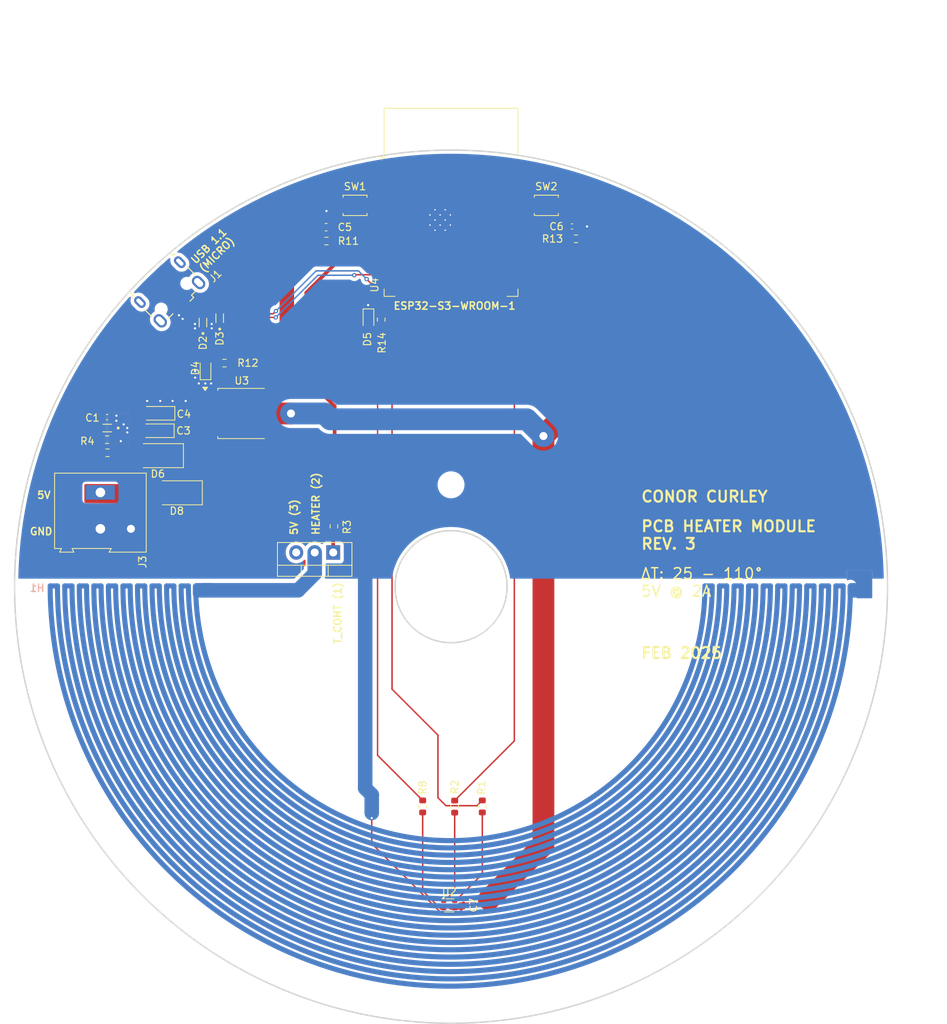
<source format=kicad_pcb>
(kicad_pcb (version 20240108) (generator "pcbnew") (generator_version "8.0")
  (layers (0 "F.Cu" signal) (31 "B.Cu" signal) (34 "B.Paste" user) (35 "F.Paste" user) (36 "B.SilkS" user "B.Silkscreen") (37 "F.SilkS" user "F.Silkscreen") (38 "B.Mask" user) (39 "F.Mask" user) (44 "Edge.Cuts" user))
  (net 0 "")
  (net 1 "Net-(J1-VBUS)")
  (net 2 "GND")
  (net 3 "+3V3")
  (net 4 "Net-(D6-K)")
  (net 5 "EN")
  (net 6 "IO0")
  (net 7 "Net-(D4-A)")
  (net 8 "Net-(D5-A)")
  (net 11 "Net-(Q4-G)")
  (net 12 "Net-(H1-24V)")
  (net 13 "SDA")
  (net 14 "SCL")
  (net 15 "HI_T_ALERT")
  (net 16 "TX0")
  (net 17 "RX0")
  (net 18 "GPIO37_NC")
  (net 19 "GPIO11")
  (net 20 "GPIO46_NC")
  (net 21 "GPIO47")
  (net 22 "GPIO41")
  (net 23 "D-")
  (net 24 "GPIO9")
  (net 25 "GPIO5")
  (net 26 "GPIO2")
  (net 27 "GPIO48")
  (net 28 "GPIO4")
  (net 29 "D+")
  (net 30 "GPIO3_NC")
  (net 31 "GPIO6")
  (net 32 "GPIO40")
  (net 33 "GPIO45_NC")
  (net 34 "GPIO35_NC")
  (net 35 "GPIO39")
  (net 36 "GPIO21")
  (net 37 "GPIO38")
  (net 38 "GPIO36_NC")
  (net 39 "GPIO8")
  (net 40 "GPIO42")
  (net 41 "GPIO7")
  (net 43 "GPIO12")
  (net 44 "GPIO1")
  (net 46 "TEMP_CONT")
  (net 47 "TEMP_CONTROL")
  (net 49 "5VIN")
  (net 50 "Net-(U2-SDA)")
  (net 51 "Net-(U2-SCL)")
  (net 52 "VBUS")
  (net 53 "Net-(U2-ALERT)")
  (net 54 "GPIO18")
  (net 55 "GPIO17")
  (net 56 "5V")
  (footprint "RF_Module:ESP32-S3-WROOM-1" (layer "F.Cu") (at 99 47.15)
    (property "Reference" "U4" (at -10.5 11.4 90) (layer "F.SilkS"))
    (property "Value" "ESP32-S3-WROOM-1" (hide yes))
    (pad "1" smd rect (at -8.75 -5.26) (size 1.5 0.9) (layers "F.Cu" "F.Paste" "F.Mask") (net 2 "GND"))
    (pad "2" smd rect (at -8.75 -3.99) (size 1.5 0.9) (layers "F.Cu" "F.Paste" "F.Mask") (net 3 "+3V3"))
    (pad "3" smd rect (at -8.75 -2.72) (size 1.5 0.9) (layers "F.Cu" "F.Paste" "F.Mask") (net 5 "EN"))
    (pad "4" smd rect (at -8.75 -1.45) (size 1.5 0.9) (layers "F.Cu" "F.Paste" "F.Mask") (net 28 "GPIO4"))
    (pad "5" smd rect (at -8.75 -0.18) (size 1.5 0.9) (layers "F.Cu" "F.Paste" "F.Mask") (net 25 "GPIO5"))
    (pad "6" smd rect (at -8.75 1.09) (size 1.5 0.9) (layers "F.Cu" "F.Paste" "F.Mask") (net 31 "GPIO6"))
    (pad "7" smd rect (at -8.75 2.36) (size 1.5 0.9) (layers "F.Cu" "F.Paste" "F.Mask") (net 41 "GPIO7"))
    (pad "8" smd rect (at -8.75 3.63) (size 1.5 0.9) (layers "F.Cu" "F.Paste" "F.Mask") (net 46 "TEMP_CONT"))
    (pad "9" smd rect (at -8.75 4.9) (size 1.5 0.9) (layers "F.Cu" "F.Paste" "F.Mask") (net 47 "TEMP_CONTROL"))
    (pad "10" smd rect (at -8.75 6.17) (size 1.5 0.9) (layers "F.Cu" "F.Paste" "F.Mask") (net 55 "GPIO17"))
    (pad "11" smd rect (at -8.75 7.44) (size 1.5 0.9) (layers "F.Cu" "F.Paste" "F.Mask") (net 54 "GPIO18"))
    (pad "12" smd rect (at -8.75 8.71) (size 1.5 0.9) (layers "F.Cu" "F.Paste" "F.Mask") (net 39 "GPIO8"))
    (pad "13" smd rect (at -8.75 9.98) (size 1.5 0.9) (layers "F.Cu" "F.Paste" "F.Mask") (net 23 "D-"))
    (pad "14" smd rect (at -8.75 11.25 180) (size 1.5 0.9) (layers "F.Cu" "F.Paste" "F.Mask") (net 29 "D+"))
    (pad "15" smd rect (at -6.985 12.5 270) (size 1.5 0.9) (layers "F.Cu" "F.Paste" "F.Mask") (net 30 "GPIO3_NC"))
    (pad "16" smd rect (at -5.715 12.5 270) (size 1.5 0.9) (layers "F.Cu" "F.Paste" "F.Mask") (net 20 "GPIO46_NC"))
    (pad "17" smd rect (at -4.445 12.5 270) (size 1.5 0.9) (layers "F.Cu" "F.Paste" "F.Mask") (net 24 "GPIO9"))
    (pad "18" smd rect (at -3.175 12.5 270) (size 1.5 0.9) (layers "F.Cu" "F.Paste" "F.Mask") (net 15 "HI_T_ALERT"))
    (pad "19" smd rect (at -1.905 12.5 270) (size 1.5 0.9) (layers "F.Cu" "F.Paste" "F.Mask") (net 19 "GPIO11"))
    (pad "20" smd rect (at -0.635 12.5 270) (size 1.5 0.9) (layers "F.Cu" "F.Paste" "F.Mask") (net 43 "GPIO12"))
    (pad "21" smd rect (at 0.635 12.5 270) (size 1.5 0.9) (layers "F.Cu" "F.Paste" "F.Mask") (net 13 "SDA"))
    (pad "22" smd rect (at 1.905 12.5 270) (size 1.5 0.9) (layers "F.Cu" "F.Paste" "F.Mask") (net 14 "SCL"))
    (pad "23" smd rect (at 3.175 12.5 270) (size 1.5 0.9) (layers "F.Cu" "F.Paste" "F.Mask") (net 36 "GPIO21"))
    (pad "24" smd rect (at 4.445 12.5 270) (size 1.5 0.9) (layers "F.Cu" "F.Paste" "F.Mask") (net 21 "GPIO47"))
    (pad "25" smd rect (at 5.715 12.5 270) (size 1.5 0.9) (layers "F.Cu" "F.Paste" "F.Mask") (net 27 "GPIO48"))
    (pad "26" smd rect (at 6.985 12.5 270) (size 1.5 0.9) (layers "F.Cu" "F.Paste" "F.Mask") (net 33 "GPIO45_NC"))
    (pad "27" smd rect (at 8.75 11.25) (size 1.5 0.9) (layers "F.Cu" "F.Paste" "F.Mask") (net 6 "IO0"))
    (pad "28" smd rect (at 8.75 9.98) (size 1.5 0.9) (layers "F.Cu" "F.Paste" "F.Mask") (net 34 "GPIO35_NC"))
    (pad "29" smd rect (at 8.75 8.71) (size 1.5 0.9) (layers "F.Cu" "F.Paste" "F.Mask") (net 38 "GPIO36_NC"))
    (pad "30" smd rect (at 8.75 7.44) (size 1.5 0.9) (layers "F.Cu" "F.Paste" "F.Mask") (net 18 "GPIO37_NC"))
    (pad "31" smd rect (at 8.75 6.17) (size 1.5 0.9) (layers "F.Cu" "F.Paste" "F.Mask") (net 37 "GPIO38"))
    (pad "32" smd rect (at 8.75 4.9) (size 1.5 0.9) (layers "F.Cu" "F.Paste" "F.Mask") (net 35 "GPIO39"))
    (pad "33" smd rect (at 8.75 3.63) (size 1.5 0.9) (layers "F.Cu" "F.Paste" "F.Mask") (net 32 "GPIO40"))
    (pad "34" smd rect (at 8.75 2.36) (size 1.5 0.9) (layers "F.Cu" "F.Paste" "F.Mask") (net 22 "GPIO41"))
    (pad "35" smd rect (at 8.75 1.09) (size 1.5 0.9) (layers "F.Cu" "F.Paste" "F.Mask") (net 40 "GPIO42"))
    (pad "36" smd rect (at 8.75 -0.18) (size 1.5 0.9) (layers "F.Cu" "F.Paste" "F.Mask") (net 17 "RX0"))
    (pad "37" smd rect (at 8.75 -1.45) (size 1.5 0.9) (layers "F.Cu" "F.Paste" "F.Mask") (net 16 "TX0"))
    (pad "38" smd rect (at 8.75 -2.72) (size 1.5 0.9) (layers "F.Cu" "F.Paste" "F.Mask") (net 26 "GPIO2"))
    (pad "39" smd rect (at 8.75 -3.99) (size 1.5 0.9) (layers "F.Cu" "F.Paste" "F.Mask") (net 44 "GPIO1"))
    (pad "40" smd rect (at 8.75 -5.26) (size 1.5 0.9) (layers "F.Cu" "F.Paste" "F.Mask") (net 2 "GND"))
    (pad "41" thru_hole circle (at -2.9 1.76 90) (size 0.6 0.6) (drill 0.2) (property pad_prop_heatsink) (layers "*.Cu" "F.Mask") (net 2 "GND"))
    (pad "41" thru_hole circle (at -2.9 3.16) (size 0.6 0.6) (drill 0.2) (property pad_prop_heatsink) (layers "*.Cu" "F.Mask") (net 2 "GND"))
    (pad "41" thru_hole circle (at -2.2 1.06) (size 0.6 0.6) (drill 0.2) (property pad_prop_heatsink) (layers "*.Cu" "F.Mask") (net 2 "GND"))
    (pad "41" thru_hole circle (at -2.2 2.46) (size 0.6 0.6) (drill 0.2) (property pad_prop_heatsink) (layers "*.Cu" "F.Mask") (net 2 "GND"))
    (pad "41" thru_hole circle (at -2.2 3.86) (size 0.6 0.6) (drill 0.2) (property pad_prop_heatsink) (layers "*.Cu" "F.Mask") (net 2 "GND"))
    (pad "41" thru_hole circle (at -1.5 1.76) (size 0.6 0.6) (drill 0.2) (property pad_prop_heatsink) (layers "*.Cu" "F.Mask") (net 2 "GND"))
    (pad "41" smd rect (at -1.5 2.46 270) (size 3.9 3.9) (layers "F.Cu" "F.Mask") (net 2 "GND"))
    (pad "41" thru_hole circle (at -1.5 3.16) (size 0.6 0.6) (drill 0.2) (property pad_prop_heatsink) (layers "*.Cu" "F.Mask") (net 2 "GND"))
    (pad "41" thru_hole circle (at -0.8 1.06) (size 0.6 0.6) (drill 0.2) (property pad_prop_heatsink) (layers "*.Cu" "F.Mask") (net 2 "GND"))
    (pad "41" thru_hole circle (at -0.8 2.46) (size 0.6 0.6) (drill 0.2) (property pad_prop_heatsink) (layers "*.Cu" "F.Mask") (net 2 "GND"))
    (pad "41" thru_hole circle (at -0.8 3.86) (size 0.6 0.6) (drill 0.2) (property pad_prop_heatsink) (layers "*.Cu" "F.Mask") (net 2 "GND"))
    (pad "41" thru_hole circle (at -0.1 1.76) (size 0.6 0.6) (drill 0.2) (property pad_prop_heatsink) (layers "*.Cu" "F.Mask") (net 2 "GND"))
    (pad "41" thru_hole circle (at -0.1 3.16) (size 0.6 0.6) (drill 0.2) (property pad_prop_heatsink) (layers "*.Cu" "F.Mask") (net 2 "GND"))
    (zone (net 0) (net_name "") (layers "F.Cu" "In1.Cu" "B.Cu") (connect_pads (clearance 0)) (min_thickness 0.254)
      (keepout (tracks not_allowed) (vias not_allowed) (pads not_allowed) (copperpour not_allowed) (footprints not_allowed))
      (fill (thermal_gap 0.508) (thermal_bridge_width 0.508))
      (polygon (pts (xy 75 40.4) (xy 123 40.4) (xy 123 19.4) (xy 75 19.4)))
    )
  )
  (footprint "LED_SMD:LED_0603_1608Metric" (layer "F.Cu") (at 65.25 70.075 90)
    (property "Reference" "D4" (at 0.1 -1.4 90) (layer "F.SilkS"))
    (property "Value" "LED" (hide yes))
    (pad "1" smd roundrect (at -0.7875 0 90) (size 0.875 0.95) (layers "F.Cu" "F.Paste" "F.Mask") (net 2 "GND"))
    (pad "2" smd roundrect (at 0.7875 0 90) (size 0.875 0.95) (layers "F.Cu" "F.Paste" "F.Mask") (net 7 "Net-(D4-A)"))
  )
  (footprint "TerminalBlock:TerminalBlock_Altech_AK300-2_P5.00mm" (layer "F.Cu") (at 50.8 87.05 -90)
    (property "Reference" "J3" (at 9.55 -5.8 90) (layer "F.SilkS"))
    (property "Value" "Screw_Terminal_01x02" (hide yes))
    (pad "1" thru_hole rect (at 0 0 270) (size 1.98 3.96) (drill 1.32) (layers "*.Cu" "*.Mask") (net 49 "5VIN"))
    (pad "2" thru_hole oval (at 5 0 270) (size 1.98 3.96) (drill 1.32) (layers "*.Cu" "*.Mask") (net 2 "GND"))
  )
  (footprint "Connector_USB:USB_Micro-B_Wuerth_629105150521" (layer "F.Cu") (at 60.35788 59.525825 -135)
    (property "Reference" "J1" (at -5.987741 -2.839949 45) (layer "F.SilkS"))
    (property "Value" "USB_B_Micro" (hide yes))
    (pad "" np_thru_hole oval (at -2.5 -0.799999 225) (size 0.8 0.8) (drill 0.8) (layers "*.Cu" "*.Mask"))
    (pad "" np_thru_hole oval (at 2.5 -0.799999 225) (size 0.8 0.8) (drill 0.8) (layers "*.Cu" "*.Mask"))
    (pad "1" smd rect (at -1.3 -1.9 225) (size 0.45 1.3) (layers "F.Cu" "F.Paste" "F.Mask") (net 1 "Net-(J1-VBUS)"))
    (pad "2" smd rect (at -0.65 -1.899999 225) (size 0.45 1.3) (layers "F.Cu" "F.Paste" "F.Mask") (net 29 "D+"))
    (pad "3" smd rect (at 0 -1.9 225) (size 0.45 1.3) (layers "F.Cu" "F.Paste" "F.Mask") (net 23 "D-"))
    (pad "4" smd rect (at 0.65 -1.899999 225) (size 0.45 1.3) (layers "F.Cu" "F.Paste" "F.Mask"))
    (pad "5" smd rect (at 1.3 -1.9 225) (size 0.45 1.3) (layers "F.Cu" "F.Paste" "F.Mask") (net 2 "GND"))
    (pad "6" thru_hole oval (at -3.875 1.95 225) (size 1.15 1.8) (drill oval 0.55 1.2) (layers "*.Cu" "*.Mask"))
    (pad "6" thru_hole oval (at -3.725 -1.85 225) (size 1.45 2) (drill oval 0.85 1.4) (layers "*.Cu" "*.Mask"))
    (pad "6" thru_hole oval (at 3.725 -1.85 225) (size 1.45 2) (drill oval 0.85 1.4) (layers "*.Cu" "*.Mask"))
    (pad "6" thru_hole oval (at 3.875 1.95 225) (size 1.15 1.8) (drill oval 0.55 1.2) (layers "*.Cu" "*.Mask"))
  )
  (footprint "LED_SMD:LED_0603_1608Metric" (layer "F.Cu") (at 87.65 63.3125 -90)
    (property "Reference" "D5" (at 2.6875 0.15 90) (layer "F.SilkS"))
    (property "Value" "LED" (hide yes))
    (pad "1" smd roundrect (at -0.7875 0 270) (size 0.875 0.95) (layers "F.Cu" "F.Paste" "F.Mask") (net 2 "GND"))
    (pad "2" smd roundrect (at 0.7875 0 270) (size 0.875 0.95) (layers "F.Cu" "F.Paste" "F.Mask") (net 8 "Net-(D5-A)"))
  )
  (footprint "Resistor_SMD:R_0603_1608Metric" (layer "F.Cu") (at 51.775 81.6)
    (property "Reference" "R5" (hide yes))
    (property "Value" "22.1k" (hide yes))
    (pad "1" smd roundrect (at -0.825 0) (size 0.8 0.95) (layers "F.Cu" "F.Paste" "F.Mask") (net 1 "Net-(J1-VBUS)"))
    (pad "2" smd roundrect (at 0.825 0) (size 0.8 0.95) (layers "F.Cu" "F.Paste" "F.Mask") (net 52 "VBUS"))
  )
  (footprint "Capacitor_SMD:C_0402_1005Metric" (layer "F.Cu") (at 51.72 76.7)
    (property "Reference" "C1" (at -2.02 0.1 0) (layer "F.SilkS"))
    (property "Value" "1u" (hide yes))
    (pad "1" smd roundrect (at -0.48 0) (size 0.56 0.62) (layers "F.Cu" "F.Paste" "F.Mask") (net 1 "Net-(J1-VBUS)"))
    (pad "2" smd roundrect (at 0.48 0) (size 0.56 0.62) (layers "F.Cu" "F.Paste" "F.Mask") (net 2 "GND"))
  )
  (footprint "LESD5D5.0CT1G:TVS_LESD5D5.0CT1G" (layer "F.Cu") (at 51.74 78.2 180)
    (property "Reference" "D1" (hide yes))
    (property "Value" "LESD5D5.0CT1G" (hide yes))
    (pad "1" smd rect (at -0.66 0 180) (size 0.48 0.4) (layers "F.Cu" "F.Paste" "F.Mask") (net 2 "GND"))
    (pad "2" smd rect (at 0.66 0 180) (size 0.48 0.4) (layers "F.Cu" "F.Paste" "F.Mask") (net 1 "Net-(J1-VBUS)"))
  )
  (footprint "Capacitor_SMD:C_0201_0603Metric" (layer "F.Cu") (at 100.7 143.82 -90)
    (property "Reference" "C7" (at -0.045 -1.4 90) (layer "F.SilkS"))
    (property "Value" "0.01u" (hide yes))
    (pad "1" smd roundrect (at -0.32 0 270) (size 0.46 0.4) (layers "F.Cu" "F.Mask") (net 3 "+3V3"))
    (pad "2" smd roundrect (at 0.32 0 270) (size 0.46 0.4) (layers "F.Cu" "F.Mask") (net 2 "GND"))
  )
  (footprint "Resistor_SMD:R_0603_1608Metric" (layer "F.Cu") (at 82.9 91.7 90)
    (property "Reference" "R3" (at -0.1 1.8 90) (layer "F.SilkS"))
    (property "Value" "10" (hide yes))
    (pad "1" smd roundrect (at -0.825 0 90) (size 0.8 0.95) (layers "F.Cu" "F.Paste" "F.Mask") (net 11 "Net-(Q4-G)"))
    (pad "2" smd roundrect (at 0.825 0 90) (size 0.8 0.95) (layers "F.Cu" "F.Paste" "F.Mask") (net 46 "TEMP_CONT"))
  )
  (footprint "Package_TO_SOT_SMD:SOT-563" (layer "F.Cu") (at 98.75 143.8)
    (property "Reference" "U2" (at 0 -1.9 0) (layer "F.SilkS"))
    (property "Value" "TMP112xxDRL" (hide yes))
    (pad "1" smd roundrect (at -0.75 -0.5) (size 0.7 0.34) (layers "F.Cu" "F.Paste" "F.Mask") (net 51 "Net-(U2-SCL)"))
    (pad "2" smd roundrect (at -0.75 0) (size 0.7 0.34) (layers "F.Cu" "F.Paste" "F.Mask") (net 2 "GND"))
    (pad "3" smd roundrect (at -0.75 0.5) (size 0.7 0.34) (layers "F.Cu" "F.Paste" "F.Mask") (net 53 "Net-(U2-ALERT)"))
    (pad "4" smd roundrect (at 0.75 0.5) (size 0.7 0.34) (layers "F.Cu" "F.Paste" "F.Mask") (net 2 "GND"))
    (pad "5" smd roundrect (at 0.75 0) (size 0.7 0.34) (layers "F.Cu" "F.Paste" "F.Mask") (net 3 "+3V3"))
    (pad "6" smd roundrect (at 0.75 -0.5) (size 0.7 0.34) (layers "F.Cu" "F.Paste" "F.Mask") (net 50 "Net-(U2-SDA)"))
  )
  (footprint "Resistor_SMD:R_0603_1608Metric" (layer "F.Cu") (at 116.175 52.2 180)
    (property "Reference" "R13" (at 3.225 0 0) (layer "F.SilkS"))
    (property "Value" "1k" (hide yes))
    (pad "1" smd roundrect (at -0.825 0 180) (size 0.8 0.95) (layers "F.Cu" "F.Paste" "F.Mask") (net 3 "+3V3"))
    (pad "2" smd roundrect (at 0.825 0 180) (size 0.8 0.95) (layers "F.Cu" "F.Paste" "F.Mask") (net 6 "IO0"))
  )
  (footprint "Button_Switch_SMD:SW_SPST_B3U-1000P" (layer "F.Cu") (at 112.1 47.6 180)
    (property "Reference" "SW2" (at 0 2.6 0) (layer "F.SilkS"))
    (property "Value" "SW_SPST" (hide yes))
    (pad "1" smd rect (at -1.7 0 180) (size 0.9 1.7) (layers "F.Cu" "F.Paste" "F.Mask") (net 2 "GND"))
    (pad "2" smd rect (at 1.7 0 180) (size 0.9 1.7) (layers "F.Cu" "F.Paste" "F.Mask") (net 6 "IO0"))
  )
  (footprint "Resistor_SMD:R_0603_1608Metric" (layer "F.Cu") (at 89.4 63.3 90)
    (property "Reference" "R14" (at -3.2 0.1 90) (layer "F.SilkS"))
    (property "Value" "1k" (hide yes))
    (pad "1" smd roundrect (at -0.825 0 90) (size 0.8 0.95) (layers "F.Cu" "F.Paste" "F.Mask") (net 8 "Net-(D5-A)"))
    (pad "2" smd roundrect (at 0.825 0 90) (size 0.8 0.95) (layers "F.Cu" "F.Paste" "F.Mask") (net 24 "GPIO9"))
  )
  (footprint "Button_Switch_SMD:SW_SPST_B3U-1000P" (layer "F.Cu") (at 85.8 47.6)
    (property "Reference" "SW1" (at 0 -2.6 0) (layer "F.SilkS"))
    (property "Value" "SW_SPST" (hide yes))
    (pad "1" smd rect (at -1.7 0) (size 0.9 1.7) (layers "F.Cu" "F.Paste" "F.Mask") (net 2 "GND"))
    (pad "2" smd rect (at 1.7 0) (size 0.9 1.7) (layers "F.Cu" "F.Paste" "F.Mask") (net 5 "EN"))
  )
  (footprint "MountingHole:MountingHole_3.2mm_M3" (layer "F.Cu") (at 99 86)
    (property "Reference" "H2" (hide yes))
    (property "Value" "MountingHole" (hide yes))
    (pad "" np_thru_hole circle (at 0 0) (size 3.2 3.2) (drill 3.2) (layers "*.Cu" "*.Mask"))
  )
  (footprint "Resistor_SMD:R_0603_1608Metric" (layer "F.Cu") (at 103.3 130.2 -90)
    (property "Reference" "R1" (at -2.575 0.1 90) (layer "F.SilkS"))
    (property "Value" "5k" (hide yes))
    (pad "1" smd roundrect (at -0.825 0 270) (size 0.8 0.95) (layers "F.Cu" "F.Paste" "F.Mask") (net 13 "SDA"))
    (pad "2" smd roundrect (at 0.825 0 270) (size 0.8 0.95) (layers "F.Cu" "F.Paste" "F.Mask") (net 50 "Net-(U2-SDA)"))
  )
  (footprint "Diode_SMD:D_SMA" (layer "F.Cu") (at 61.3 87.1 180)
    (property "Reference" "D8" (at 0 -2.5 180) (layer "F.SilkS"))
    (property "Value" "D")
    (pad "1" smd roundrect (at -2 0 180) (size 2.5 1.8) (layers "F.Cu" "F.Paste" "F.Mask") (roundrect_rratio 0.1388888889) (net 4 "Net-(D6-K)"))
    (pad "2" smd roundrect (at 2 0 180) (size 2.5 1.8) (layers "F.Cu" "F.Paste" "F.Mask") (roundrect_rratio 0.1388888889) (net 49 "5VIN"))
  )
  (footprint "Resistor_SMD:R_0603_1608Metric" (layer "F.Cu") (at 95.1 130.2 90)
    (property "Reference" "R8" (at 2.6 0 90) (layer "F.SilkS"))
    (property "Value" "5k" (hide yes))
    (pad "1" smd roundrect (at -0.825 0 90) (size 0.8 0.95) (layers "F.Cu" "F.Paste" "F.Mask") (net 53 "Net-(U2-ALERT)"))
    (pad "2" smd roundrect (at 0.825 0 90) (size 0.8 0.95) (layers "F.Cu" "F.Paste" "F.Mask") (net 15 "HI_T_ALERT"))
  )
  (footprint "LESD5D5.0CT1G:TVS_LESD5D5.0CT1G" (layer "F.Cu") (at 64.9 63.7 90)
    (property "Reference" "D2" (at -2.8 0 90) (layer "F.SilkS"))
    (property "Value" "LESD5D5.0CT1G" (hide yes))
    (pad "1" smd rect (at -0.66 0 90) (size 0.48 0.4) (layers "F.Cu" "F.Paste" "F.Mask") (net 2 "GND"))
    (pad "2" smd rect (at 0.66 0 90) (size 0.48 0.4) (layers "F.Cu" "F.Paste" "F.Mask") (net 23 "D-"))
  )
  (footprint "Resistor_SMD:R_0603_1608Metric" (layer "F.Cu") (at 99.5 130.225 -90)
    (property "Reference" "R2" (at -2.71 -0.035 90) (layer "F.SilkS"))
    (property "Value" "5k" (hide yes))
    (pad "1" smd roundrect (at -0.825 0 270) (size 0.8 0.95) (layers "F.Cu" "F.Paste" "F.Mask") (net 14 "SCL"))
    (pad "2" smd roundrect (at 0.825 0 270) (size 0.8 0.95) (layers "F.Cu" "F.Paste" "F.Mask") (net 51 "Net-(U2-SCL)"))
  )
  (footprint "Capacitor_Tantalum_SMD:CP_EIA-3216-18_Kemet-A" (layer "F.Cu") (at 58.725 76.175 180)
    (property "Reference" "C4" (at -3.55 -0.1 0) (layer "F.SilkS"))
    (property "Value" "22uF" (hide yes))
    (pad "1" smd roundrect (at -1.35 0 180) (size 1.4 1.35) (layers "F.Cu" "F.Paste" "F.Mask") (roundrect_rratio 0.185185) (net 3 "+3V3"))
    (pad "2" smd roundrect (at 1.35 0 180) (size 1.4 1.35) (layers "F.Cu" "F.Paste" "F.Mask") (roundrect_rratio 0.185185) (net 2 "GND"))
  )
  (footprint "MountingHole:MountingHole_3.2mm_M3" (layer "F.Cu") (at 99 114)
    (property "Reference" "H3" (hide yes))
    (property "Value" "MountingHole" (hide yes))
    (pad "" np_thru_hole circle (at 0 0) (size 3.2 3.2) (drill 3.2) (layers "*.Cu" "*.Mask"))
  )
  (footprint "Resistor_SMD:R_0603_1608Metric" (layer "F.Cu") (at 67.85 69.275)
    (property "Reference" "R12" (at 3.225 -0.0125 0) (layer "F.SilkS"))
    (property "Value" "1k" (hide yes))
    (pad "1" smd roundrect (at -0.825 0) (size 0.8 0.95) (layers "F.Cu" "F.Paste" "F.Mask") (net 7 "Net-(D4-A)"))
    (pad "2" smd roundrect (at 0.825 0) (size 0.8 0.95) (layers "F.Cu" "F.Paste" "F.Mask") (net 3 "+3V3"))
  )
  (footprint "Package_TO_SOT_SMD:TO-252-3_TabPin2" (layer "F.Cu") (at 70.24 76.2)
    (property "Reference" "U3" (at 0 -4.5 0) (layer "F.SilkS"))
    (property "Value" "AMS1117CD-3.3" (hide yes))
    (pad "1" smd roundrect (at -5.04 -2.28) (size 2.2 1.2) (layers "F.Cu" "F.Paste" "F.Mask") (roundrect_rratio 0.208333) (net 2 "GND"))
    (pad "2" smd roundrect (at -5.04 0) (size 2.2 1.2) (layers "F.Cu" "F.Paste" "F.Mask") (roundrect_rratio 0.208333) (net 3 "+3V3"))
    (pad "2" smd roundrect (at -0.415 -1.525) (size 3.05 2.75) (layers "F.Cu" "F.Paste") (roundrect_rratio 0.090909) (net 3 "+3V3"))
    (pad "2" smd roundrect (at -0.415 1.525) (size 3.05 2.75) (layers "F.Cu" "F.Paste") (roundrect_rratio 0.090909) (net 3 "+3V3"))
    (pad "2" smd roundrect (at 1.26 0) (size 6.4 5.8) (layers "F.Cu" "F.Mask") (roundrect_rratio 0.043103) (net 3 "+3V3"))
    (pad "2" smd roundrect (at 2.935 -1.525) (size 3.05 2.75) (layers "F.Cu" "F.Paste") (roundrect_rratio 0.090909) (net 3 "+3V3"))
    (pad "2" smd roundrect (at 2.935 1.525) (size 3.05 2.75) (layers "F.Cu" "F.Paste") (roundrect_rratio 0.090909) (net 3 "+3V3"))
    (pad "3" smd roundrect (at -5.04 2.28) (size 2.2 1.2) (layers "F.Cu" "F.Paste" "F.Mask") (roundrect_rratio 0.208333) (net 4 "Net-(D6-K)"))
  )
  (footprint "Capacitor_Tantalum_SMD:CP_EIA-3216-18_Kemet-A" (layer "F.Cu") (at 58.625 78.575 180)
    (property "Reference" "C3" (at -3.6 0 0) (layer "F.SilkS"))
    (property "Value" "10uF" (hide yes))
    (pad "1" smd roundrect (at -1.35 0 180) (size 1.4 1.35) (layers "F.Cu" "F.Paste" "F.Mask") (roundrect_rratio 0.185185) (net 4 "Net-(D6-K)"))
    (pad "2" smd roundrect (at 1.35 0 180) (size 1.4 1.35) (layers "F.Cu" "F.Paste" "F.Mask") (roundrect_rratio 0.185185) (net 2 "GND"))
  )
  (footprint "Capacitor_SMD:C_0402_1005Metric" (layer "F.Cu") (at 115.62 50.5)
    (property "Reference" "C6" (at -2.12 0 0) (layer "F.SilkS"))
    (property "Value" "1uF" (hide yes))
    (pad "1" smd roundrect (at -0.48 0) (size 0.56 0.62) (layers "F.Cu" "F.Paste" "F.Mask") (net 6 "IO0"))
    (pad "2" smd roundrect (at 0.48 0) (size 0.56 0.62) (layers "F.Cu" "F.Paste" "F.Mask") (net 2 "GND"))
  )
  (footprint "Package_TO_SOT_THT:TO-220-3_Vertical" (layer "F.Cu") (at 82.8 95.3 180)
    (property "Reference" "Q4" (hide yes))
    (property "Value" "IRLZ44N")
    (pad "1" thru_hole rect (at 0 0 180) (size 1.905 2) (drill 1.1) (layers "*.Cu" "*.Mask") (net 11 "Net-(Q4-G)"))
    (pad "2" thru_hole oval (at 2.54 0 180) (size 1.905 2) (drill 1.1) (layers "*.Cu" "*.Mask") (net 12 "Net-(H1-24V)"))
    (pad "3" thru_hole oval (at 5.08 0 180) (size 1.905 2) (drill 1.1) (layers "*.Cu" "*.Mask") (net 56 "5V"))
  )
  (footprint "Diode_SMD:D_SMA" (layer "F.Cu") (at 58.7 82 180)
    (property "Reference" "D6" (at 0 -2.5 180) (layer "F.SilkS"))
    (property "Value" "D")
    (pad "1" smd roundrect (at -2 0 180) (size 2.5 1.8) (layers "F.Cu" "F.Paste" "F.Mask") (roundrect_rratio 0.1388888889) (net 4 "Net-(D6-K)"))
    (pad "2" smd roundrect (at 2 0 180) (size 2.5 1.8) (layers "F.Cu" "F.Paste" "F.Mask") (roundrect_rratio 0.1388888889) (net 52 "VBUS"))
  )
  (footprint "Capacitor_SMD:C_0603_1608Metric" (layer "F.Cu") (at 81.825 50.6 180)
    (property "Reference" "C5" (at -2.575 0 0) (layer "F.SilkS"))
    (property "Value" "10uF" (hide yes))
    (pad "1" smd roundrect (at -0.775 0 180) (size 0.9 0.95) (layers "F.Cu" "F.Paste" "F.Mask") (net 5 "EN"))
    (pad "2" smd roundrect (at 0.775 0 180) (size 0.9 0.95) (layers "F.Cu" "F.Paste" "F.Mask") (net 2 "GND"))
  )
  (footprint "Resistor_SMD:R_0603_1608Metric" (layer "F.Cu") (at 51.725 79.8 180)
    (property "Reference" "R4" (at 2.7225 -0.2 0) (layer "F.SilkS"))
    (property "Value" "47.5k" (hide yes))
    (pad "1" smd roundrect (at -0.825 0 180) (size 0.8 0.95) (layers "F.Cu" "F.Paste" "F.Mask") (net 2 "GND"))
    (pad "2" smd roundrect (at 0.825 0 180) (size 0.8 0.95) (layers "F.Cu" "F.Paste" "F.Mask") (net 1 "Net-(J1-VBUS)"))
  )
  (footprint "Resistor_SMD:R_0603_1608Metric" (layer "F.Cu") (at 81.875 52.5)
    (property "Reference" "R11" (at 3.025 0 0) (layer "F.SilkS"))
    (property "Value" "1k" (hide yes))
    (pad "1" smd roundrect (at -0.825 0) (size 0.8 0.95) (layers "F.Cu" "F.Paste" "F.Mask") (net 3 "+3V3"))
    (pad "2" smd roundrect (at 0.825 0) (size 0.8 0.95) (layers "F.Cu" "F.Paste" "F.Mask") (net 5 "EN"))
  )
  (footprint "LESD5D5.0CT1G:TVS_LESD5D5.0CT1G" (layer "F.Cu") (at 67.2 63.1 90)
    (property "Reference" "D3" (at -2.8 0 90) (layer "F.SilkS"))
    (property "Value" "LESD5D5.0CT1G" (hide yes))
    (pad "1" smd rect (at -0.66 0 90) (size 0.48 0.4) (layers "F.Cu" "F.Paste" "F.Mask") (net 2 "GND"))
    (pad "2" smd rect (at 0.66 0 90) (size 0.48 0.4) (layers "F.Cu" "F.Paste" "F.Mask") (net 29 "D+"))
  )
  (footprint "Heater:24V-5A-Heater" (layer "B.Cu") (at 65 108 180)
    (property "Reference" "H1" (at 22.9 7.8 0) (layer "B.SilkS") (effects (font (thickness 0.2) (bold yes)) (justify mirror)))
    (property "Value" "~" (hide yes))
    (pad "1" smd roundrect (at 0 7.5 180) (size 3 2) (layers "B.Cu" "B.Paste" "B.Mask") (net 12 "Net-(H1-24V)"))
    (pad "2" smd roundrect (at -90 7.5 180) (size 3 2) (layers "B.Cu" "B.Paste" "B.Mask") (net 2 "GND"))
  )
  (gr_arc (start 148.9 99.9) (mid 98.9 149.9) (end 48.9 99.9) (stroke (width 0.7)) (layer "B.Cu") (net 12))
  (gr_arc (start 136.9 99.9) (mid 98.9 137.9) (end 60.9 99.9) (stroke (width 0.7)) (layer "B.Cu") (net 12))
  (gr_arc (start 146.9 99.9) (mid 98.9 147.9) (end 50.9 99.9) (stroke (width 0.7)) (layer "B.Cu") (net 12))
  (gr_arc (start 151.9 99.9) (mid 98.9 152.9) (end 45.9 99.9) (stroke (width 0.7)) (layer "B.Cu") (net 12))
  (gr_arc (start 147.9 99.9) (mid 98.9 148.9) (end 49.9 99.9) (stroke (width 0.7)) (layer "B.Cu") (net 12))
  (gr_arc (start 153.9 99.9) (mid 98.9 154.9) (end 43.9 99.9) (stroke (width 0.7)) (layer "B.Cu") (net 12))
  (gr_arc (start 133.9 99.9) (mid 98.9 134.9) (end 63.9 99.9) (stroke (width 0.7)) (layer "B.Cu") (net 12))
  (gr_arc (start 142.9 99.9) (mid 98.9 143.9) (end 54.9 99.9) (stroke (width 0.7)) (layer "B.Cu") (net 12))
  (gr_arc (start 143.9 99.9) (mid 98.9 144.9) (end 53.9 99.9) (stroke (width 0.7)) (layer "B.Cu") (net 12))
  (gr_arc (start 145.9 99.9) (mid 98.9 146.9) (end 51.9 99.9) (stroke (width 0.7)) (layer "B.Cu") (net 12))
  (gr_arc (start 135.9 99.9) (mid 98.9 136.9) (end 61.9 99.9) (stroke (width 0.7)) (layer "B.Cu") (net 12))
  (gr_arc (start 141.9 99.9) (mid 98.9 142.9) (end 55.9 99.9) (stroke (width 0.7)) (layer "B.Cu") (net 12))
  (gr_arc (start 137.9 99.9) (mid 98.9 138.9) (end 59.9 99.9) (stroke (width 0.7)) (layer "B.Cu") (net 12))
  (gr_arc (start 134.9 99.9) (mid 98.9 135.9) (end 62.9 99.9) (stroke (width 0.7)) (layer "B.Cu") (net 12))
  (gr_arc (start 152.9 99.9) (mid 98.9 153.9) (end 44.9 99.9) (stroke (width 0.7)) (layer "B.Cu") (net 12))
  (gr_arc (start 150.9 99.9) (mid 98.9 151.9) (end 46.9 99.9) (stroke (width 0.7)) (layer "B.Cu") (net 12))
  (gr_arc (start 139.9 99.9) (mid 98.9 140.9) (end 57.9 99.9) (stroke (width 0.7)) (layer "B.Cu") (net 12))
  (gr_arc (start 144.9 99.9) (mid 98.9 145.9) (end 52.9 99.9) (stroke (width 0.7)) (layer "B.Cu") (net 12))
  (gr_arc (start 140.9 99.9) (mid 98.9 141.9) (end 56.9 99.9) (stroke (width 0.7)) (layer "B.Cu") (net 12))
  (gr_arc (start 149.9 99.9) (mid 98.9 150.9) (end 47.9 99.9) (stroke (width 0.7)) (layer "B.Cu") (net 12))
  (gr_arc (start 138.9 99.9) (mid 98.9 139.9) (end 58.9 99.9) (stroke (width 0.7)) (layer "B.Cu") (net 12))
  (gr_circle (center 99 100) (end 159 100) (stroke (width 0.2)) (fill none) (layer "Edge.Cuts"))
  (gr_circle (center 99 100) (end 106.7 100) (stroke (width 0.2)) (fill none) (layer "Edge.Cuts"))
  (gr_text "5V (3)" (at 78 93 90) (layer "F.SilkS") (effects (font (size 1 1) (thickness 0.2) (bold yes)) (justify left bottom)))
  (gr_text "ΔT: 25 - 110°\n5V @ 2A" (at 125 101.5 0) (layer "F.SilkS") (effects (font (size 1.5 1.5) (thickness 0.2)) (justify left bottom)))
  (gr_text "FEB 2025" (at 125 110 0) (layer "F.SilkS") (effects (font (size 1.5 1.5) (thickness 0.3)) (justify left bottom)))
  (gr_text "ESP32-S3-WROOM-1" (at 91 62 0) (layer "F.SilkS") (effects (font (size 1 1) (thickness 0.2) (bold yes)) (justify left bottom)))
  (gr_text "GND" (at 41 93 0) (layer "F.SilkS") (effects (font (size 1 1) (thickness 0.2) (bold yes)) (justify left bottom)))
  (gr_text "CONOR CURLEY" (at 125 88.5 0) (layer "F.SilkS") (effects (font (size 1.5 1.5) (thickness 0.3)) (justify left bottom)))
  (gr_text "5V" (at 42 88 0) (layer "F.SilkS") (effects (font (size 1 1) (thickness 0.2) (bold yes)) (justify left bottom)))
  (gr_text "PCB HEATER MODULE\nREV. 3" (at 125 95 0) (layer "F.SilkS") (effects (font (size 1.5 1.5) (thickness 0.3)) (justify left bottom)))
  (gr_text "HEATER (2)" (at 81 93 90) (layer "F.SilkS") (effects (font (size 1 1) (thickness 0.2) (bold yes)) (justify left bottom)))
  (gr_text "USB 1.1 \n(MICRO)" (at 65 57 45) (layer "F.SilkS") (effects (font (size 1 1) (thickness 0.2) (bold yes)) (justify left bottom)))
  (gr_text "T_CONT (1)" (at 84 108 90) (layer "F.SilkS") (effects (font (size 1 1) (thickness 0.2) (bold yes)) (justify left bottom)))
  (segment (start 50.9 81.55) (end 50.95 81.6) (width 0.3) (layer "F.Cu") (net 1))
  (segment (start 51.24 78.04) (end 51.08 78.2) (width 0.3) (layer "F.Cu") (net 1))
  (segment (start 51.08 78.2) (end 51.08 79.62) (width 0.3) (layer "F.Cu") (net 1))
  (segment (start 51.24 68.26) (end 51.24 76.7) (width 0.3) (layer "F.Cu") (net 1))
  (segment (start 51.24 76.7) (end 51.24 78.04) (width 0.3) (layer "F.Cu") (net 1))
  (segment (start 50.9 79.8) (end 50.9 81.55) (width 0.3) (layer "F.Cu") (net 1))
  (segment (start 62.111523 59.44099) (end 60.05901 59.44099) (width 0.3) (layer "F.Cu") (net 1))
  (segment (start 51.08 79.62) (end 50.9 79.8) (width 0.3) (layer "F.Cu") (net 1))
  (segment (start 62.620622 59.950089) (end 62.111523 59.44099) (width 0.3) (layer "F.Cu") (net 1))
  (segment (start 60.05901 59.44099) (end 51.24 68.26) (width 0.3) (layer "F.Cu") (net 1))
  (segment (start 84.1 47.6) (end 82.65 47.6) (width 1) (layer "F.Cu") (net 2))
  (segment (start 100.54 144.3) (end 99.5 144.3) (width 0.2) (layer "F.Cu") (net 2))
  (segment (start 104.52 41.89) (end 96.8 49.61) (width 1) (layer "F.Cu") (net 2))
  (segment (start 97.573172 144.77) (end 100.07 144.77) (width 0.2) (layer "F.Cu") (net 2))
  (segment (start 90.25 41.89) (end 91.58 41.89) (width 1) (layer "F.Cu") (net 2))
  (segment (start 98.396828 143.8) (end 98 143.8) (width 0.2) (layer "F.Cu") (net 2))
  (segment (start 107.75 41.89) (end 104.52 41.89) (width 1) (layer "F.Cu") (net 2))
  (segment (start 55 92.05) (end 50.8 92.05) (width 2) (layer "F.Cu") (net 2))
  (segment (start 100.07 144.77) (end 100.7 144.14) (width 0.2) (layer "F.Cu") (net 2))
  (segment (start 87.65 62.525) (end 87.65 61.35) (width 0.3) (layer "F.Cu") (net 2))
  (segment (start 113.8 47.6) (end 116.12 49.92) (width 1) (layer "F.Cu") (net 2))
  (segment (start 97.5 47.81) (end 97.5 48.91) (width 1) (layer "F.Cu") (net 2))
  (segment (start 116.12 49.92) (end 116.12 50.5) (width 1) (layer "F.Cu") (net 2))
  (segment (start 99.5 144.3) (end 98.896828 144.3) (width 0.2) (layer "F.Cu") (net 2))
  (segment (start 88.1 131.8) (end 88.1 135.296828) (width 0.2) (layer "F.Cu") (net 2))
  (segment (start 116.12 50.5) (end 117.7 50.5) (width 1) (layer "F.Cu") (net 2))
  (segment (start 100.7 144.14) (end 100.54 144.3) (width 0.2) (layer "F.Cu") (net 2))
  (segment (start 91.58 41.89) (end 97.5 47.81) (width 1) (layer "F.Cu") (net 2))
  (segment (start 87.65 61.35) (end 87.6 61.3) (width 0.3) (layer "F.Cu") (net 2))
  (segment (start 82.65 47.6) (end 81.875 48.375) (width 1) (layer "F.Cu") (net 2))
  (segment (start 81.875 48.375) (end 81.05 49.2) (width 1) (layer "F.Cu") (net 2))
  (segment (start 81.05 49.2) (end 81.05 50.6) (width 1) (layer "F.Cu") (net 2))
  (segment (start 98.896828 144.3) (end 98.396828 143.8) (width 0.2) (layer "F.Cu") (net 2))
  (segment (start 88.1 135.296828) (end 97.573172 144.77) (width 0.2) (layer "F.Cu") (net 2))
  (via (at 54.5 78.8) (size 0.5) (drill 0.3) (layers "F.Cu" "B.Cu") (net 2))
  (via (at 54.5 78.2) (size 0.5) (drill 0.3) (layers "F.Cu" "B.Cu") (net 2))
  (via (at 55 92.05) (size 2.4) (drill 1.1) (layers "F.Cu" "B.Cu") (net 2))
  (via (at 63.825 70.375) (size 0.5) (drill 0.3) (layers "F.Cu" "B.Cu") (net 2))
  (via (at 53 76.5) (size 0.5) (drill 0.3) (layers "F.Cu" "B.Cu") (net 2))
  (via (at 62.1 63.2) (size 0.6) (drill 0.3) (layers "F.Cu" "B.Cu") (net 2))
  (via (at 63.8 64.5) (size 0.6) (drill 0.3) (layers "F.Cu" "B.Cu") (net 2))
  (via (at 57.225 74.475) (size 0.5) (drill 0.3) (layers "F.Cu" "B.Cu") (net 2))
  (via (at 53.6 80) (size 0.5) (drill 0.3) (layers "F.Cu" "B.Cu") (net 2))
  (via (at 62.525 74.475) (size 0.5) (drill 0.3) (layers "F.Cu" "B.Cu") (net 2))
  (via (at 117.7 50.5) (size 0.5) (drill 0.3) (layers "F.Cu" "B.Cu") (net 2))
  (via (at 53 77.2) (size 0.5) (drill 0.3) (layers "F.Cu" "B.Cu") (net 2))
  (via (at 63.8 63.9) (size 0.6) (drill 0.3) (layers "F.Cu" "B.Cu") (net 2))
  (via (at 81.875 48.375) (size 0.5) (drill 0.3) (layers "F.Cu" "B.Cu") (net 2))
  (via (at 87.6 61.3) (size 0.5) (drill 0.3) (layers "F.Cu" "B.Cu") (net 2))
  (via (at 66.1 63.9) (size 0.6) (drill 0.3) (layers "F.Cu" "B.Cu") (net 2))
  (via (at 66.1 64.5) (size 0.6) (drill 0.3) (layers "F.Cu" "B.Cu") (net 2))
  (via (at 66.025 72.075) (size 0.5) (drill 0.3) (layers "F.Cu" "B.Cu") (net 2))
  (via (at 65.225 72.075) (size 0.5) (drill 0.3) (layers "F.Cu" "B.Cu") (net 2))
  (via (at 64.325 72.075) (size 0.5) (drill 0.3) (layers "F.Cu" "B.Cu") (net 2))
  (via (at 88.1 131.8) (size 0.5) (drill 0.3) (layers "F.Cu" "B.Cu") (net 2))
  (via (at 59.025 74.475) (size 0.5) (drill 0.3) (layers "F.Cu" "B.Cu") (net 2))
  (via (at 60.725 74.475) (size 0.5) (drill 0.3) (layers "F.Cu" "B.Cu") (net 2))
  (via (at 54 77.7) (size 0.5) (drill 0.3) (layers "F.Cu" "B.Cu") (net 2))
  (via (at 61.6 62.7) (size 0.6) (drill 0.3) (layers "F.Cu" "B.Cu") (net 2))
  (via (at 63.825 71.275) (size 0.5) (drill 0.3) (layers "F.Cu" "B.Cu") (net 2))
  (segment (start 87.2 127.7) (end 87.2 97.1) (width 2) (layer "B.Cu") (net 2))
  (segment (start 88.1 128.6) (end 87.2 127.7) (width 2) (layer "B.Cu") (net 2))
  (segment (start 88.1 131.1) (end 88.1 128.6) (width 2) (layer "B.Cu") (net 2))
  (segment (start 81.05 52.5) (end 77.425735 52.5) (width 1) (layer "F.Cu") (net 3))
  (segment (start 104.2 143) (end 103.7 143.5) (width 0.2) (layer "F.Cu") (net 3))
  (segment (start 116.9 74.2) (end 116.9 56.3) (width 3) (layer "F.Cu") (net 3))
  (segment (start 68.3 76.2) (end 69.825 74.675) (width 2) (layer "F.Cu") (net 3))
  (segment (start 117 52.2) (end 117 56.2) (width 1) (layer "F.Cu") (net 3))
  (segment (start 99.5 143.8) (end 99.896828 143.8) (width 0.2) (layer "F.Cu") (net 3))
  (segment (start 76.425735 50.674265) (end 81.6 45.5) (width 2) (layer "F.Cu") (net 3))
  (segment (start 103.7 143.5) (end 100.7 143.5) (width 0.2) (layer "F.Cu") (net 3))
  (segment (start 100.196828 143.5) (end 100.7 143.5) (width 0.2) (layer "F.Cu") (net 3))
  (segment (start 77 76.2) (end 71.5 76.2) (width 3) (layer "F.Cu") (net 3))
  (segment (start 104.2 143) (end 111.7 135.5) (width 3) (layer "F.Cu") (net 3))
  (segment (start 99.896828 143.8) (end 100.196828 143.5) (width 0.2) (layer "F.Cu") (net 3))
  (segment (start 60.075 76.175) (end 65.175 76.175) (width 2) (layer "F.Cu") (net 3))
  (segment (start 77.425735 52.5) (end 76.425735 53.5) (width 1) (layer "F.Cu") (net 3))
  (segment (start 65.2 76.2) (end 68.3 76.2) (width 2) (layer "F.Cu") (net 3))
  (segment (start 111.7 135.5) (end 111.7 79.3) (width 3) (layer "F.Cu") (net 3))
  (segment (start 81.6 45.5) (end 82.6 44.5) (width 2) (layer "F.Cu") (net 3))
  (segment (start 73.175 74.675) (end 76.425735 71.424265) (width 2) (layer "F.Cu") (net 3))
  (segment (start 116.8 74.2) (end 116.9 74.2) (width 3) (layer "F.Cu") (net 3))
  (segment (start 65.175 76.175) (end 65.2 76.2) (width 2) (layer "F.Cu") (net 3))
  (segment (start 90.25 43.16) (end 83.94 43.16) (width 1) (layer "F.Cu") (net 3))
  (segment (start 111.7 79.3) (end 116.8 74.2) (width 3) (layer "F.Cu") (net 3))
  (segment (start 117 56.2) (end 116.9 56.3) (width 1) (layer "F.Cu") (net 3))
  (segment (start 69.825 74.675) (end 69.825 70.425) (width 2) (layer "F.Cu") (net 3))
  (segment (start 83.94 43.16) (end 82.6 44.5) (width 1) (layer "F.Cu") (net 3))
  (segment (start 69.825 70.425) (end 68.675 69.275) (width 2) (layer "F.Cu") (net 3))
  (segment (start 76.425735 71.424265) (end 76.425735 53.5) (width 2) (layer "F.Cu") (net 3))
  (segment (start 76.425735 53.5) (end 76.425735 50.674265) (width 2) (layer "F.Cu") (net 3))
  (via (at 111.7 79.3) (size 2.4) (drill 1.1) (layers "F.Cu" "B.Cu") (net 3))
  (via (at 77 76.2) (size 2.4) (drill 1.1) (layers "F.Cu" "B.Cu") (net 3))
  (segment (start 77 76.2) (end 81.6 76.2) (width 3) (layer "B.Cu") (net 3))
  (segment (start 82.4 77) (end 109.4 77) (width 3) (layer "B.Cu") (net 3))
  (segment (start 109.4 77) (end 111.7 79.3) (width 3) (layer "B.Cu") (net 3))
  (segment (start 81.6 76.2) (end 82.4 77) (width 3) (layer "B.Cu") (net 3))
  (segment (start 87.5 46.45) (end 89.52 44.43) (width 0.3) (layer "F.Cu") (net 5))
  (segment (start 87.5 47.6) (end 87.5 46.45) (width 0.3) (layer "F.Cu") (net 5))
  (segment (start 84.7 50.4) (end 87.5 47.6) (width 0.3) (layer "F.Cu") (net 5))
  (segment (start 82.6 50.6) (end 82.8 50.4) (width 0.3) (layer "F.Cu") (net 5))
  (segment (start 82.8 50.4) (end 84.7 50.4) (width 0.3) (layer "F.Cu") (net 5))
  (segment (start 82.7 50.7) (end 82.6 50.6) (width 0.3) (layer "F.Cu") (net 5))
  (segment (start 89.52 44.43) (end 90.25 44.43) (width 0.3) (layer "F.Cu") (net 5))
  (segment (start 82.7 52.5) (end 82.7 50.7) (width 0.3) (layer "F.Cu") (net 5))
  (segment (start 115.35 52.2) (end 115.35 50.71) (width 0.2) (layer "F.Cu") (net 6))
  (segment (start 108.7 58.4) (end 107.75 58.4) (width 0.2) (layer "F.Cu") (net 6))
  (segment (start 115.35 50.71) (end 115.14 50.5) (width 0.2) (layer "F.Cu") (net 6))
  (segment (start 114.9 50.5) (end 112 47.6) (width 0.2) (layer "F.Cu") (net 6))
  (segment (start 110.4 56.7) (end 108.7 58.4) (width 0.2) (layer "F.Cu") (net 6))
  (segment (start 110.4 47.6) (end 110.4 56.7) (width 0.2) (layer "F.Cu") (net 6))
  (segment (start 115.14 50.5) (end 114.9 50.5) (width 0.2) (layer "F.Cu") (net 6))
  (segment (start 112 47.6) (end 110.4 47.6) (width 0.2) (layer "F.Cu") (net 6))
  (segment (start 65.2625 69.275) (end 65.25 69.2875) (width 0.3) (layer "F.Cu") (net 7))
  (segment (start 67.025 69.275) (end 65.2625 69.275) (width 0.3) (layer "F.Cu") (net 7))
  (segment (start 89.35 64.1) (end 87.65 64.1) (width 0.2) (layer "F.Cu") (net 8))
  (segment (start 82.8 92.625) (end 82.9 92.525) (width 0.5) (layer "F.Cu") (net 11))
  (segment (start 82.8 95.3) (end 82.8 92.625) (width 0.5) (layer "F.Cu") (net 11))
  (segment (start 44.9 99.9) (end 43.9 99.9) (width 0.7) (layer "B.Cu") (net 12))
  (segment (start 151.9 99.9) (end 152.9 99.9) (width 0.7) (layer "B.Cu") (net 12))
  (segment (start 52.9 99.9) (end 51.9 99.9) (width 0.7) (layer "B.Cu") (net 12))
  (segment (start 58.9 99.9) (end 57.9 99.9) (width 0.7) (layer "B.Cu") (net 12))
  (segment (start 139.9 99.9) (end 140.9 99.9) (width 0.7) (layer "B.Cu") (net 12))
  (segment (start 62.9 99.9) (end 61.9 99.9) (width 0.7) (layer "B.Cu") (net 12))
  (segment (start 149.9 99.9) (end 150.9 99.9) (width 0.7) (layer "B.Cu") (net 12))
  (segment (start 143.9 99.9) (end 144.9 99.9) (width 0.7) (layer "B.Cu") (net 12))
  (segment (start 145.9 99.9) (end 146.9 99.9) (width 0.7) (layer "B.Cu") (net 12))
  (segment (start 48.9 99.9) (end 47.9 99.9) (width 0.7) (layer "B.Cu") (net 12))
  (segment (start 46.9 99.9) (end 45.9 99.9) (width 0.7) (layer "B.Cu") (net 12))
  (segment (start 141.9 99.9) (end 142.9 99.9) (width 0.7) (layer "B.Cu") (net 12))
  (segment (start 50.9 99.9) (end 49.9 99.9) (width 0.7) (layer "B.Cu") (net 12))
  (segment (start 147.9 99.9) (end 148.9 99.9) (width 0.7) (layer "B.Cu") (net 12))
  (segment (start 80.26 98.205) (end 77.965 100.5) (width 2) (layer "B.Cu") (net 12))
  (segment (start 60.9 99.9) (end 59.9 99.9) (width 0.7) (layer "B.Cu") (net 12))
  (segment (start 133.9 99.9) (end 134.9 99.9) (width 0.7) (layer "B.Cu") (net 12))
  (segment (start 54.9 99.9) (end 53.9 99.9) (width 0.7) (layer "B.Cu") (net 12))
  (segment (start 77.965 100.5) (end 65 100.5) (width 2) (layer "B.Cu") (net 12))
  (segment (start 80.26 95.3) (end 80.26 98.205) (width 2) (layer "B.Cu") (net 12))
  (segment (start 137.9 99.9) (end 138.9 99.9) (width 0.7) (layer "B.Cu") (net 12))
  (segment (start 56.9 99.9) (end 55.9 99.9) (width 0.7) (layer "B.Cu") (net 12))
  (segment (start 135.9 99.9) (end 136.9 99.9) (width 0.7) (layer "B.Cu") (net 12))
  (segment (start 102.575 130.1) (end 98.3 130.1) (width 0.2) (layer "F.Cu") (net 13))
  (segment (start 90.892225 69.342775) (end 99.635 60.6) (width 0.2) (layer "F.Cu") (net 13))
  (segment (start 98.3 130.1) (end 97.2 129) (width 0.2) (layer "F.Cu") (net 13))
  (segment (start 97.2 129) (end 97.2 120.4) (width 0.2) (layer "F.Cu") (net 13))
  (segment (start 99.635 60.6) (end 99.635 59.65) (width 0.2) (layer "F.Cu") (net 13))
  (segment (start 103.3 129.375) (end 102.575 130.1) (width 0.2) (layer "F.Cu") (net 13))
  (segment (start 97.2 120.4) (end 90.892225 114.092225) (width 0.2) (layer "F.Cu") (net 13))
  (segment (start 90.892225 114.092225) (end 90.892225 69.342775) (width 0.2) (layer "F.Cu") (net 13))
  (segment (start 100.905 60.18) (end 100.905 59.65) (width 0.2) (layer "F.Cu") (net 14))
  (segment (start 107.7 121.2) (end 107.7 66.975) (width 0.2) (layer "F.Cu") (net 14))
  (segment (start 107.7 66.975) (end 100.905 60.18) (width 0.2) (layer "F.Cu") (net 14))
  (segment (start 99.5 129.4) (end 107.7 121.2) (width 0.2) (layer "F.Cu") (net 14))
  (segment (start 95.1 129.375) (end 88.9 123.175) (width 0.2) (layer "F.Cu") (net 15))
  (segment (start 95.825 61.175) (end 95.825 59.65) (width 0.2) (layer "F.Cu") (net 15))
  (segment (start 88.9 68.1) (end 95.825 61.175) (width 0.2) (layer "F.Cu") (net 15))
  (segment (start 88.9 123.175) (end 88.9 68.1) (width 0.2) (layer "F.Cu") (net 15))
  (segment (start 85.77 57.13) (end 90.25 57.13) (width 0.2) (layer "F.Cu") (net 23))
  (segment (start 63.832055 63) (end 74.9 63) (width 0.2) (layer "F.Cu") (net 23))
  (segment (start 85.7 57.2) (end 85.77 57.13) (width 0.2) (layer "F.Cu") (net 23))
  (segment (start 61.701383 60.869328) (end 63.832055 63) (width 0.2) (layer "F.Cu") (net 23))
  (via (at 85.7 57.2) (size 0.6) (drill 0.3) (layers "F.Cu" "B.Cu") (net 23))
  (via (at 74.9 63) (size 0.6) (drill 0.3) (layers "F.Cu" "B.Cu") (net 23))
  (segment (start 74.9 63) (end 80.7 57.2) (width 0.2) (layer "B.Cu") (net 23))
  (segment (start 80.7 57.2) (end 85.7 57.2) (width 0.2) (layer "B.Cu") (net 23))
  (segment (start 94.555 60.7) (end 94.555 59.65) (width 0.3) (layer "F.Cu") (net 24))
  (segment (start 89.4 62.475) (end 92.78 62.475) (width 0.3) (layer "F.Cu") (net 24))
  (segment (start 92.78 62.475) (end 94.555 60.7) (width 0.3) (layer "F.Cu") (net 24))
  (segment (start 74.651471 62.4) (end 74.651471 62.399999) (width 0.2) (layer "F.Cu") (net 29))
  (segment (start 64.251294 62.5) (end 74.551471 62.5) (width 0.2) (layer "F.Cu") (net 29))
  (segment (start 87.4 57.73) (end 88.07 58.4) (width 0.2) (layer "F.Cu") (net 29))
  (segment (start 62.161002 60.409708) (end 64.251294 62.5) (width 0.2) (layer "F.Cu") (net 29))
  (segment (start 88.07 58.4) (end 90.25 58.4) (width 0.2) (layer "F.Cu") (net 29))
  (segment (start 74.651471 62.399999) (end 74.925735 62.125735) (width 0.2) (layer "F.Cu") (net 29))
  (segment (start 74.551471 62.5) (end 74.651471 62.4) (width 0.2) (layer "F.Cu") (net 29))
  (via (at 87.4 57.73) (size 0.6) (drill 0.3) (layers "F.Cu" "B.Cu") (net 29))
  (via (at 74.925735 62.125735) (size 0.6) (drill 0.3) (layers "F.Cu" "B.Cu") (net 29))
  (segment (start 80.45147 56.6) (end 74.925735 62.125735) (width 0.2) (layer "B.Cu") (net 29))
  (segment (start 86.27 56.6) (end 80.45147 56.6) (width 0.2) (layer "B.Cu") (net 29))
  (segment (start 87.4 57.73) (end 86.27 56.6) (width 0.2) (layer "B.Cu") (net 29))
  (segment (start 83 75.2) (end 83 90.775) (width 0.5) (layer "F.Cu") (net 46))
  (segment (start 90.25 50.78) (end 87.92 50.78) (width 0.5) (layer "F.Cu") (net 46))
  (segment (start 79.1 59.6) (end 79.1 71.3) (width 0.5) (layer "F.Cu") (net 46))
  (segment (start 87.92 50.78) (end 79.1 59.6) (width 0.5) (layer "F.Cu") (net 46))
  (segment (start 79.1 71.3) (end 83 75.2) (width 0.5) (layer "F.Cu") (net 46))
  (segment (start 83 90.775) (end 82.9 90.875) (width 0.5) (layer "F.Cu") (net 46))
  (segment (start 103.3 131.025) (end 103.3 139.5) (width 0.2) (layer "F.Cu") (net 50))
  (segment (start 99.5 143.3) (end 103.3 139.5) (width 0.2) (layer "F.Cu") (net 50))
  (segment (start 99.5 141.8) (end 99.5 131.05) (width 0.2) (layer "F.Cu") (net 51))
  (segment (start 98 143.3) (end 99.5 141.8) (width 0.2) (layer "F.Cu") (net 51))
  (segment (start 52.6 81.6) (end 56.3 81.6) (width 0.2) (layer "F.Cu") (net 52))
  (segment (start 56.3 81.6) (end 56.7 82) (width 0.2) (layer "F.Cu") (net 52))
  (segment (start 98 144.3) (end 97.603172 144.3) (width 0.2) (layer "F.Cu") (net 53))
  (segment (start 97.603172 144.3) (end 95.1 141.796828) (width 0.2) (layer "F.Cu") (net 53))
  (segment (start 95.1 141.796828) (end 95.1 131.025) (width 0.2) (layer "F.Cu") (net 53))
  (zone (net 2) (net_name "GND") (layer "F.Cu") (priority 2) (connect_pads yes (clearance 0.5)) (min_thickness 0.25) (fill yes (thermal_gap 0.5) (thermal_bridge_width 0.5))
    (polygon (pts (xy 58.625 74.975) (xy 66.525 74.975) (xy 66.525 70.075) (xy 56.425 70.075) (xy 56.425 79.675) (xy 58.625 79.675)))
  )
  (zone (net 2) (net_name "GND") (layer "F.Cu") (priority 9) (connect_pads yes (clearance 0.5)) (min_thickness 0.25) (fill yes (thermal_gap 0.5) (thermal_bridge_width 0.5))
    (polygon (pts (xy 60.5 61.1) (xy 63.2 63.5) (xy 67.6 63.5) (xy 67.6 64.9) (xy 63.1 64.9) (xy 59.9 61.6)))
  )
  (zone (net 49) (net_name "5VIN") (layer "F.Cu") (priority 7) (connect_pads yes (clearance 0.5)) (min_thickness 0.25) (fill yes (thermal_gap 0.5) (thermal_bridge_width 0.5))
    (polygon (pts (xy 48.6 85.9) (xy 59.3 85.9) (xy 59.3 88.4) (xy 79 93.5) (xy 79 97.2) (xy 75.26 97.18) (xy 59.2 92.7) (xy 54.886005 88.535619) (xy 48.6 88.5)))
  )
  (zone (net 4) (net_name "Net-(D6-K)") (layer "F.Cu") (priority 8) (connect_pads yes (clearance 0.5)) (min_thickness 0.25) (fill yes (thermal_gap 0.5) (thermal_bridge_width 0.5))
    (polygon (pts (xy 64.81 88.75) (xy 64.8 83.6) (xy 66.6 79.3) (xy 66.6 77.6) (xy 59 77.6) (xy 58.98 79.51) (xy 59 83.15) (xy 62.055 85.45) (xy 62.055 88.75)))
  )
  (zone (net 2) (net_name "GND") (layers "F&B.Cu") (priority 6) (connect_pads yes (clearance 0.5)) (min_thickness 0.25) (fill yes (thermal_gap 0.5) (thermal_bridge_width 0.5))
    (polygon (pts (xy 51.725 80.3225) (xy 51.72 76.45) (xy 52.1 76.1) (xy 54.8 76.1) (xy 54.8 80.3)))
  )
  (zone (net 2) (net_name "GND") (layer "B.Cu") (connect_pads yes (clearance 0.5)) (min_thickness 0.25) (fill yes (thermal_gap 0.5) (thermal_bridge_width 0.5))
    (polygon (pts (xy 37.2 36.3) (xy 37 98.9) (xy 167.1 98.9) (xy 167.2 37.3)))
  )
  (zone (net 2) (net_name "GND") (layer "B.Cu") (priority 1) (connect_pads yes (clearance 0.5)) (min_thickness 0.25) (fill yes (thermal_gap 0.5) (thermal_bridge_width 0.5))
    (polygon (pts (xy 153.4 101.6) (xy 153.4 97.8) (xy 156.9 97.8) (xy 156.9 101.6)))
  )
)
</source>
